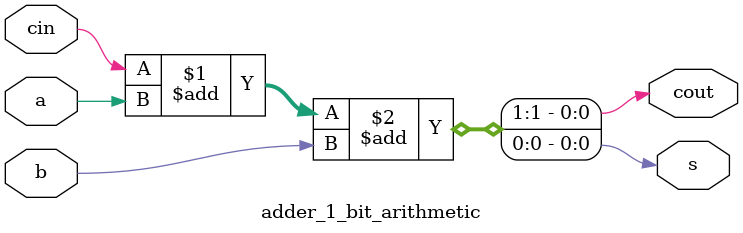
<source format=v>
module adder_1_bit_arithmetic(
	input a,b,cin,
	output s,cout);

	assign {cout,s} = cin + a + b;

endmodule
</source>
